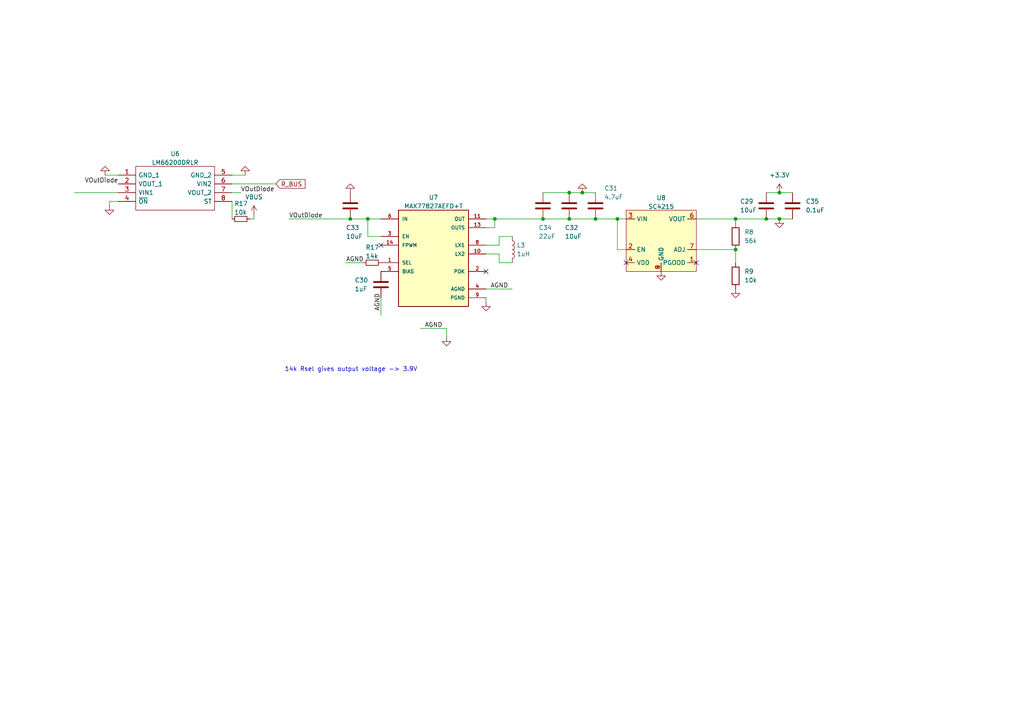
<source format=kicad_sch>
(kicad_sch (version 20230121) (generator eeschema)

  (uuid 3c2dd717-7a2b-4a6a-b22f-a8adf5569c56)

  (paper "A4")

  (lib_symbols
    (symbol "Device:C" (pin_numbers hide) (pin_names (offset 0.254)) (in_bom yes) (on_board yes)
      (property "Reference" "C" (at 0.635 2.54 0)
        (effects (font (size 1.27 1.27)) (justify left))
      )
      (property "Value" "C" (at 0.635 -2.54 0)
        (effects (font (size 1.27 1.27)) (justify left))
      )
      (property "Footprint" "" (at 0.9652 -3.81 0)
        (effects (font (size 1.27 1.27)) hide)
      )
      (property "Datasheet" "~" (at 0 0 0)
        (effects (font (size 1.27 1.27)) hide)
      )
      (property "ki_keywords" "cap capacitor" (at 0 0 0)
        (effects (font (size 1.27 1.27)) hide)
      )
      (property "ki_description" "Unpolarized capacitor" (at 0 0 0)
        (effects (font (size 1.27 1.27)) hide)
      )
      (property "ki_fp_filters" "C_*" (at 0 0 0)
        (effects (font (size 1.27 1.27)) hide)
      )
      (symbol "C_0_1"
        (polyline
          (pts
            (xy -2.032 -0.762)
            (xy 2.032 -0.762)
          )
          (stroke (width 0.508) (type default))
          (fill (type none))
        )
        (polyline
          (pts
            (xy -2.032 0.762)
            (xy 2.032 0.762)
          )
          (stroke (width 0.508) (type default))
          (fill (type none))
        )
      )
      (symbol "C_1_1"
        (pin passive line (at 0 3.81 270) (length 2.794)
          (name "~" (effects (font (size 1.27 1.27))))
          (number "1" (effects (font (size 1.27 1.27))))
        )
        (pin passive line (at 0 -3.81 90) (length 2.794)
          (name "~" (effects (font (size 1.27 1.27))))
          (number "2" (effects (font (size 1.27 1.27))))
        )
      )
    )
    (symbol "Device:L" (pin_numbers hide) (pin_names (offset 1.016) hide) (in_bom yes) (on_board yes)
      (property "Reference" "L" (at -1.27 0 90)
        (effects (font (size 1.27 1.27)))
      )
      (property "Value" "L" (at 1.905 0 90)
        (effects (font (size 1.27 1.27)))
      )
      (property "Footprint" "" (at 0 0 0)
        (effects (font (size 1.27 1.27)) hide)
      )
      (property "Datasheet" "~" (at 0 0 0)
        (effects (font (size 1.27 1.27)) hide)
      )
      (property "ki_keywords" "inductor choke coil reactor magnetic" (at 0 0 0)
        (effects (font (size 1.27 1.27)) hide)
      )
      (property "ki_description" "Inductor" (at 0 0 0)
        (effects (font (size 1.27 1.27)) hide)
      )
      (property "ki_fp_filters" "Choke_* *Coil* Inductor_* L_*" (at 0 0 0)
        (effects (font (size 1.27 1.27)) hide)
      )
      (symbol "L_0_1"
        (arc (start 0 -2.54) (mid 0.6323 -1.905) (end 0 -1.27)
          (stroke (width 0) (type default))
          (fill (type none))
        )
        (arc (start 0 -1.27) (mid 0.6323 -0.635) (end 0 0)
          (stroke (width 0) (type default))
          (fill (type none))
        )
        (arc (start 0 0) (mid 0.6323 0.635) (end 0 1.27)
          (stroke (width 0) (type default))
          (fill (type none))
        )
        (arc (start 0 1.27) (mid 0.6323 1.905) (end 0 2.54)
          (stroke (width 0) (type default))
          (fill (type none))
        )
      )
      (symbol "L_1_1"
        (pin passive line (at 0 3.81 270) (length 1.27)
          (name "1" (effects (font (size 1.27 1.27))))
          (number "1" (effects (font (size 1.27 1.27))))
        )
        (pin passive line (at 0 -3.81 90) (length 1.27)
          (name "2" (effects (font (size 1.27 1.27))))
          (number "2" (effects (font (size 1.27 1.27))))
        )
      )
    )
    (symbol "Device:R" (pin_numbers hide) (pin_names (offset 0)) (in_bom yes) (on_board yes)
      (property "Reference" "R" (at 2.032 0 90)
        (effects (font (size 1.27 1.27)))
      )
      (property "Value" "R" (at 0 0 90)
        (effects (font (size 1.27 1.27)))
      )
      (property "Footprint" "" (at -1.778 0 90)
        (effects (font (size 1.27 1.27)) hide)
      )
      (property "Datasheet" "~" (at 0 0 0)
        (effects (font (size 1.27 1.27)) hide)
      )
      (property "ki_keywords" "R res resistor" (at 0 0 0)
        (effects (font (size 1.27 1.27)) hide)
      )
      (property "ki_description" "Resistor" (at 0 0 0)
        (effects (font (size 1.27 1.27)) hide)
      )
      (property "ki_fp_filters" "R_*" (at 0 0 0)
        (effects (font (size 1.27 1.27)) hide)
      )
      (symbol "R_0_1"
        (rectangle (start -1.016 -2.54) (end 1.016 2.54)
          (stroke (width 0.254) (type default))
          (fill (type none))
        )
      )
      (symbol "R_1_1"
        (pin passive line (at 0 3.81 270) (length 1.27)
          (name "~" (effects (font (size 1.27 1.27))))
          (number "1" (effects (font (size 1.27 1.27))))
        )
        (pin passive line (at 0 -3.81 90) (length 1.27)
          (name "~" (effects (font (size 1.27 1.27))))
          (number "2" (effects (font (size 1.27 1.27))))
        )
      )
    )
    (symbol "Device:R_Small" (pin_numbers hide) (pin_names (offset 0.254) hide) (in_bom yes) (on_board yes)
      (property "Reference" "R" (at 0.762 0.508 0)
        (effects (font (size 1.27 1.27)) (justify left))
      )
      (property "Value" "R_Small" (at 0.762 -1.016 0)
        (effects (font (size 1.27 1.27)) (justify left))
      )
      (property "Footprint" "" (at 0 0 0)
        (effects (font (size 1.27 1.27)) hide)
      )
      (property "Datasheet" "~" (at 0 0 0)
        (effects (font (size 1.27 1.27)) hide)
      )
      (property "ki_keywords" "R resistor" (at 0 0 0)
        (effects (font (size 1.27 1.27)) hide)
      )
      (property "ki_description" "Resistor, small symbol" (at 0 0 0)
        (effects (font (size 1.27 1.27)) hide)
      )
      (property "ki_fp_filters" "R_*" (at 0 0 0)
        (effects (font (size 1.27 1.27)) hide)
      )
      (symbol "R_Small_0_1"
        (rectangle (start -0.762 1.778) (end 0.762 -1.778)
          (stroke (width 0.2032) (type default))
          (fill (type none))
        )
      )
      (symbol "R_Small_1_1"
        (pin passive line (at 0 2.54 270) (length 0.762)
          (name "~" (effects (font (size 1.27 1.27))))
          (number "1" (effects (font (size 1.27 1.27))))
        )
        (pin passive line (at 0 -2.54 90) (length 0.762)
          (name "~" (effects (font (size 1.27 1.27))))
          (number "2" (effects (font (size 1.27 1.27))))
        )
      )
    )
    (symbol "iclr:LM66200DRLR" (pin_names (offset 0.762)) (in_bom yes) (on_board yes)
      (property "Reference" "U" (at 29.21 7.62 0)
        (effects (font (size 1.27 1.27)) (justify left))
      )
      (property "Value" "LM66200DRLR" (at 29.21 5.08 0)
        (effects (font (size 1.27 1.27)) (justify left))
      )
      (property "Footprint" "SOTFL50P160X60-8N" (at 29.21 2.54 0)
        (effects (font (size 1.27 1.27)) (justify left) hide)
      )
      (property "Datasheet" "https://www.ti.com/lit/gpn/lm66200" (at 29.21 0 0)
        (effects (font (size 1.27 1.27)) (justify left) hide)
      )
      (property "Description" "1.6-V to 5.5-V, 40-m, 2.5-A, low-IQ, dual ideal diode" (at 29.21 -2.54 0)
        (effects (font (size 1.27 1.27)) (justify left) hide)
      )
      (property "Height" "0.6" (at 29.21 -5.08 0)
        (effects (font (size 1.27 1.27)) (justify left) hide)
      )
      (property "Manufacturer_Name" "Texas Instruments" (at 29.21 -7.62 0)
        (effects (font (size 1.27 1.27)) (justify left) hide)
      )
      (property "Manufacturer_Part_Number" "LM66200DRLR" (at 29.21 -10.16 0)
        (effects (font (size 1.27 1.27)) (justify left) hide)
      )
      (property "Mouser Part Number" "595-LM66200DRLR" (at 29.21 -12.7 0)
        (effects (font (size 1.27 1.27)) (justify left) hide)
      )
      (property "Mouser Price/Stock" "https://www.mouser.co.uk/ProductDetail/Texas-Instruments/LM66200DRLR?qs=Rp5uXu7WBW90hnpZAkIOdQ%3D%3D" (at 29.21 -15.24 0)
        (effects (font (size 1.27 1.27)) (justify left) hide)
      )
      (property "Arrow Part Number" "LM66200DRLR" (at 29.21 -17.78 0)
        (effects (font (size 1.27 1.27)) (justify left) hide)
      )
      (property "Arrow Price/Stock" "https://www.arrow.com/en/products/lm66200drlr/texas-instruments?region=nac" (at 29.21 -20.32 0)
        (effects (font (size 1.27 1.27)) (justify left) hide)
      )
      (property "Mouser Testing Part Number" "" (at 29.21 -22.86 0)
        (effects (font (size 1.27 1.27)) (justify left) hide)
      )
      (property "Mouser Testing Price/Stock" "" (at 29.21 -25.4 0)
        (effects (font (size 1.27 1.27)) (justify left) hide)
      )
      (property "ki_description" "1.6-V to 5.5-V, 40-m, 2.5-A, low-IQ, dual ideal diode" (at 0 0 0)
        (effects (font (size 1.27 1.27)) hide)
      )
      (symbol "LM66200DRLR_0_0"
        (pin passive line (at 0 0 0) (length 5.08)
          (name "GND_1" (effects (font (size 1.27 1.27))))
          (number "1" (effects (font (size 1.27 1.27))))
        )
        (pin passive line (at 0 -2.54 0) (length 5.08)
          (name "VOUT_1" (effects (font (size 1.27 1.27))))
          (number "2" (effects (font (size 1.27 1.27))))
        )
        (pin passive line (at 0 -5.08 0) (length 5.08)
          (name "VIN1" (effects (font (size 1.27 1.27))))
          (number "3" (effects (font (size 1.27 1.27))))
        )
        (pin passive line (at 0 -7.62 0) (length 5.08)
          (name "~{ON}" (effects (font (size 1.27 1.27))))
          (number "4" (effects (font (size 1.27 1.27))))
        )
        (pin passive line (at 33.02 0 180) (length 5.08)
          (name "GND_2" (effects (font (size 1.27 1.27))))
          (number "5" (effects (font (size 1.27 1.27))))
        )
        (pin passive line (at 33.02 -2.54 180) (length 5.08)
          (name "VIN2" (effects (font (size 1.27 1.27))))
          (number "6" (effects (font (size 1.27 1.27))))
        )
        (pin passive line (at 33.02 -5.08 180) (length 5.08)
          (name "VOUT_2" (effects (font (size 1.27 1.27))))
          (number "7" (effects (font (size 1.27 1.27))))
        )
        (pin passive line (at 33.02 -7.62 180) (length 5.08)
          (name "ST" (effects (font (size 1.27 1.27))))
          (number "8" (effects (font (size 1.27 1.27))))
        )
      )
      (symbol "LM66200DRLR_0_1"
        (polyline
          (pts
            (xy 5.08 2.54)
            (xy 27.94 2.54)
            (xy 27.94 -10.16)
            (xy 5.08 -10.16)
            (xy 5.08 2.54)
          )
          (stroke (width 0.1524) (type default))
          (fill (type none))
        )
      )
    )
    (symbol "iclr:MAX77827AEFD+T" (pin_names (offset 1.016)) (in_bom yes) (on_board yes)
      (property "Reference" "U?" (at -10.16 13.208 0)
        (effects (font (size 1.27 1.27)) (justify left bottom))
      )
      (property "Value" "MAX77827AEFD+T" (at -10.16 -17.78 0)
        (effects (font (size 1.27 1.27)) (justify left bottom))
      )
      (property "Footprint" "CONV_MAX77827AEFD+T" (at -6.35 19.05 0)
        (effects (font (size 1.27 1.27)) (justify left bottom) hide)
      )
      (property "Datasheet" "" (at 0 0 0)
        (effects (font (size 1.27 1.27)) (justify left bottom) hide)
      )
      (property "MANUFACTURER" "Maxim Integrated" (at -2.54 16.51 0)
        (effects (font (size 1.27 1.27)) (justify left bottom) hide)
      )
      (property "MAXIMUM_PACKAGE_HEIGHT" "0.6mm" (at 1.27 13.97 0)
        (effects (font (size 1.27 1.27)) (justify left bottom) hide)
      )
      (property "PARTREV" "B" (at 0 15.24 0)
        (effects (font (size 1.27 1.27)) (justify left bottom) hide)
      )
      (property "STANDARD" "Manufacturer Recommended" (at -6.35 19.05 0)
        (effects (font (size 1.27 1.27)) (justify left bottom) hide)
      )
      (property "ki_locked" "" (at 0 0 0)
        (effects (font (size 1.27 1.27)))
      )
      (symbol "MAX77827AEFD+T_0_0"
        (rectangle (start -10.16 -15.24) (end 10.16 12.7)
          (stroke (width 0.254) (type default))
          (fill (type background))
        )
        (pin passive line (at -15.24 -2.54 0) (length 5.08)
          (name "SEL" (effects (font (size 1.016 1.016))))
          (number "1" (effects (font (size 1.016 1.016))))
        )
        (pin passive line (at 15.24 0 180) (length 5.08)
          (name "LX2" (effects (font (size 1.016 1.016))))
          (number "10" (effects (font (size 1.016 1.016))))
        )
        (pin output line (at 15.24 10.16 180) (length 5.08)
          (name "OUT" (effects (font (size 1.016 1.016))))
          (number "11" (effects (font (size 1.016 1.016))))
        )
        (pin input line (at 15.24 7.62 180) (length 5.08)
          (name "OUTS" (effects (font (size 1.016 1.016))))
          (number "13" (effects (font (size 1.016 1.016))))
        )
        (pin input line (at -15.24 2.54 0) (length 5.08)
          (name "FPWM" (effects (font (size 1.016 1.016))))
          (number "14" (effects (font (size 1.016 1.016))))
        )
        (pin output line (at 15.24 -5.08 180) (length 5.08)
          (name "POK" (effects (font (size 1.016 1.016))))
          (number "2" (effects (font (size 1.016 1.016))))
        )
        (pin input line (at -15.24 5.08 0) (length 5.08)
          (name "EN" (effects (font (size 1.016 1.016))))
          (number "3" (effects (font (size 1.016 1.016))))
        )
        (pin power_in line (at 15.24 -10.16 180) (length 5.08)
          (name "AGND" (effects (font (size 1.016 1.016))))
          (number "4" (effects (font (size 1.016 1.016))))
        )
        (pin passive line (at -15.24 -5.08 0) (length 5.08)
          (name "BIAS" (effects (font (size 1.016 1.016))))
          (number "5" (effects (font (size 1.016 1.016))))
        )
        (pin input line (at -15.24 10.16 0) (length 5.08)
          (name "IN" (effects (font (size 1.016 1.016))))
          (number "6" (effects (font (size 1.016 1.016))))
        )
        (pin passive line (at 15.24 2.54 180) (length 5.08)
          (name "LX1" (effects (font (size 1.016 1.016))))
          (number "8" (effects (font (size 1.016 1.016))))
        )
        (pin power_in line (at 15.24 -12.7 180) (length 5.08)
          (name "PGND" (effects (font (size 1.016 1.016))))
          (number "9" (effects (font (size 1.016 1.016))))
        )
      )
    )
    (symbol "iclr:RT9025-25GSP" (in_bom yes) (on_board yes)
      (property "Reference" "U6" (at 0 4.8428 0)
        (effects (font (size 1.27 1.27)))
      )
      (property "Value" "RT9025-25GSP" (at 0 2.3059 0)
        (effects (font (size 1.27 1.27)))
      )
      (property "Footprint" "iclr:SOIC127P599X175-9N" (at 0 5.08 0)
        (effects (font (size 1.27 1.27)) hide)
      )
      (property "Datasheet" "" (at 0 5.08 0)
        (effects (font (size 1.27 1.27)) hide)
      )
      (symbol "RT9025-25GSP_1_1"
        (rectangle (start -10.16 1.27) (end 10.16 -16.51)
          (stroke (width 0) (type default))
          (fill (type background))
        )
        (pin output line (at 10.16 -13.97 180) (length 2.54)
          (name "PGOOD" (effects (font (size 1.27 1.27))))
          (number "1" (effects (font (size 1.27 1.27))))
        )
        (pin input line (at -10.16 -10.16 0) (length 2.54)
          (name "EN" (effects (font (size 1.27 1.27))))
          (number "2" (effects (font (size 1.27 1.27))))
        )
        (pin input line (at -10.16 -1.27 0) (length 2.54)
          (name "VIN" (effects (font (size 1.27 1.27))))
          (number "3" (effects (font (size 1.27 1.27))))
        )
        (pin input line (at -10.16 -13.97 0) (length 2.54)
          (name "VDD" (effects (font (size 1.27 1.27))))
          (number "4" (effects (font (size 1.27 1.27))))
        )
        (pin output line (at 10.16 -1.27 180) (length 2.54)
          (name "VOUT" (effects (font (size 1.27 1.27))))
          (number "6" (effects (font (size 1.27 1.27))))
        )
        (pin input line (at 10.16 -10.16 180) (length 2.54)
          (name "ADJ" (effects (font (size 1.27 1.27))))
          (number "7" (effects (font (size 1.27 1.27))))
        )
        (pin input line (at 0 -16.51 90) (length 2.54)
          (name "GND" (effects (font (size 1.27 1.27))))
          (number "8" (effects (font (size 1.27 1.27))))
        )
        (pin input line (at 0 -16.51 90) (length 2.54)
          (name "GND" (effects (font (size 1.27 1.27))))
          (number "9" (effects (font (size 1.27 1.27))))
        )
      )
    )
    (symbol "power:+3.3V" (power) (pin_names (offset 0)) (in_bom yes) (on_board yes)
      (property "Reference" "#PWR" (at 0 -3.81 0)
        (effects (font (size 1.27 1.27)) hide)
      )
      (property "Value" "+3.3V" (at 0 3.556 0)
        (effects (font (size 1.27 1.27)))
      )
      (property "Footprint" "" (at 0 0 0)
        (effects (font (size 1.27 1.27)) hide)
      )
      (property "Datasheet" "" (at 0 0 0)
        (effects (font (size 1.27 1.27)) hide)
      )
      (property "ki_keywords" "global power" (at 0 0 0)
        (effects (font (size 1.27 1.27)) hide)
      )
      (property "ki_description" "Power symbol creates a global label with name \"+3.3V\"" (at 0 0 0)
        (effects (font (size 1.27 1.27)) hide)
      )
      (symbol "+3.3V_0_1"
        (polyline
          (pts
            (xy -0.762 1.27)
            (xy 0 2.54)
          )
          (stroke (width 0) (type default))
          (fill (type none))
        )
        (polyline
          (pts
            (xy 0 0)
            (xy 0 2.54)
          )
          (stroke (width 0) (type default))
          (fill (type none))
        )
        (polyline
          (pts
            (xy 0 2.54)
            (xy 0.762 1.27)
          )
          (stroke (width 0) (type default))
          (fill (type none))
        )
      )
      (symbol "+3.3V_1_1"
        (pin power_in line (at 0 0 90) (length 0) hide
          (name "+3.3V" (effects (font (size 1.27 1.27))))
          (number "1" (effects (font (size 1.27 1.27))))
        )
      )
    )
    (symbol "power:GND" (power) (pin_names (offset 0)) (in_bom yes) (on_board yes)
      (property "Reference" "#PWR" (at 0 -6.35 0)
        (effects (font (size 1.27 1.27)) hide)
      )
      (property "Value" "GND" (at 0 -3.81 0)
        (effects (font (size 1.27 1.27)))
      )
      (property "Footprint" "" (at 0 0 0)
        (effects (font (size 1.27 1.27)) hide)
      )
      (property "Datasheet" "" (at 0 0 0)
        (effects (font (size 1.27 1.27)) hide)
      )
      (property "ki_keywords" "global power" (at 0 0 0)
        (effects (font (size 1.27 1.27)) hide)
      )
      (property "ki_description" "Power symbol creates a global label with name \"GND\" , ground" (at 0 0 0)
        (effects (font (size 1.27 1.27)) hide)
      )
      (symbol "GND_0_1"
        (polyline
          (pts
            (xy 0 0)
            (xy 0 -1.27)
            (xy 1.27 -1.27)
            (xy 0 -2.54)
            (xy -1.27 -1.27)
            (xy 0 -1.27)
          )
          (stroke (width 0) (type default))
          (fill (type none))
        )
      )
      (symbol "GND_1_1"
        (pin power_in line (at 0 0 270) (length 0) hide
          (name "GND" (effects (font (size 1.27 1.27))))
          (number "1" (effects (font (size 1.27 1.27))))
        )
      )
    )
    (symbol "power:VBUS" (power) (pin_names (offset 0)) (in_bom yes) (on_board yes)
      (property "Reference" "#PWR" (at 0 -3.81 0)
        (effects (font (size 1.27 1.27)) hide)
      )
      (property "Value" "VBUS" (at 0 3.81 0)
        (effects (font (size 1.27 1.27)))
      )
      (property "Footprint" "" (at 0 0 0)
        (effects (font (size 1.27 1.27)) hide)
      )
      (property "Datasheet" "" (at 0 0 0)
        (effects (font (size 1.27 1.27)) hide)
      )
      (property "ki_keywords" "global power" (at 0 0 0)
        (effects (font (size 1.27 1.27)) hide)
      )
      (property "ki_description" "Power symbol creates a global label with name \"VBUS\"" (at 0 0 0)
        (effects (font (size 1.27 1.27)) hide)
      )
      (symbol "VBUS_0_1"
        (polyline
          (pts
            (xy -0.762 1.27)
            (xy 0 2.54)
          )
          (stroke (width 0) (type default))
          (fill (type none))
        )
        (polyline
          (pts
            (xy 0 0)
            (xy 0 2.54)
          )
          (stroke (width 0) (type default))
          (fill (type none))
        )
        (polyline
          (pts
            (xy 0 2.54)
            (xy 0.762 1.27)
          )
          (stroke (width 0) (type default))
          (fill (type none))
        )
      )
      (symbol "VBUS_1_1"
        (pin power_in line (at 0 0 90) (length 0) hide
          (name "VBUS" (effects (font (size 1.27 1.27))))
          (number "1" (effects (font (size 1.27 1.27))))
        )
      )
    )
  )

  (junction (at 222.25 63.5) (diameter 0) (color 0 0 0 0)
    (uuid 1bcd3df5-c778-4081-9004-3861b6ddf5df)
  )
  (junction (at 172.72 63.5) (diameter 0) (color 0 0 0 0)
    (uuid 1c7e4731-cc44-404a-ada2-48e40ea31081)
  )
  (junction (at 168.91 55.88) (diameter 0) (color 0 0 0 0)
    (uuid 2ceef696-e12e-4671-9528-36dc2b336f02)
  )
  (junction (at 213.36 72.39) (diameter 0) (color 0 0 0 0)
    (uuid 303ce570-251d-4a49-a014-d011149ec6c0)
  )
  (junction (at 226.06 63.5) (diameter 0) (color 0 0 0 0)
    (uuid 3a186ce8-704f-4aca-bc79-c4277177a11c)
  )
  (junction (at 157.48 63.5) (diameter 0) (color 0 0 0 0)
    (uuid 977ea5a7-4c07-4542-bac1-65aa0f429219)
  )
  (junction (at 179.07 63.5) (diameter 0) (color 0 0 0 0)
    (uuid a823e73d-31d5-4c86-b811-52f8bf3e692b)
  )
  (junction (at 213.36 63.5) (diameter 0) (color 0 0 0 0)
    (uuid a9a7ea84-d8ce-4b01-ab20-5653137c733d)
  )
  (junction (at 165.1 55.88) (diameter 0) (color 0 0 0 0)
    (uuid ad124abb-c98e-49b4-ae1c-bf08bda9bf68)
  )
  (junction (at 106.68 63.5) (diameter 0) (color 0 0 0 0)
    (uuid b4437eb0-6d46-4eac-b94b-2de5138d290c)
  )
  (junction (at 143.51 63.5) (diameter 0) (color 0 0 0 0)
    (uuid c5c1240e-a94c-4c5b-8dd3-5b0fcf244513)
  )
  (junction (at 165.1 63.5) (diameter 0) (color 0 0 0 0)
    (uuid c9706722-989f-44c1-831f-4033f20cd30c)
  )
  (junction (at 101.6 63.5) (diameter 0) (color 0 0 0 0)
    (uuid ee26a642-f953-4071-9b28-b9bd2ea7f616)
  )
  (junction (at 226.06 55.88) (diameter 0) (color 0 0 0 0)
    (uuid f95cf37d-a79c-4b8d-bef8-02c72f99dd95)
  )

  (no_connect (at 201.93 76.2) (uuid 5635d2dd-3bf4-4d71-95fe-89252d26ac02))
  (no_connect (at 110.49 71.12) (uuid 80ef3a22-740f-46c7-8133-d0d147a8a839))
  (no_connect (at 181.61 76.2) (uuid 9a6e56ce-2f81-4296-bd25-eb556bba0c07))
  (no_connect (at 140.97 78.74) (uuid b584dfbe-c197-4e1d-b92c-28218727eb76))

  (wire (pts (xy 110.49 86.36) (xy 110.49 91.44))
    (stroke (width 0) (type default))
    (uuid 081a27cb-46d6-475b-8ec8-34c487197f13)
  )
  (wire (pts (xy 157.48 55.88) (xy 165.1 55.88))
    (stroke (width 0) (type default))
    (uuid 0cb564ff-b030-4c90-813f-5cda40d17ecd)
  )
  (wire (pts (xy 226.06 55.88) (xy 229.87 55.88))
    (stroke (width 0) (type default))
    (uuid 0cdc3a55-952a-4b41-946b-2abccef08049)
  )
  (wire (pts (xy 21.59 55.88) (xy 34.29 55.88))
    (stroke (width 0) (type default))
    (uuid 0df701c7-ea5f-412f-a699-ea40e1088aae)
  )
  (wire (pts (xy 181.61 72.39) (xy 179.07 72.39))
    (stroke (width 0) (type default))
    (uuid 1286907d-8fef-4467-8676-bc067861bb28)
  )
  (wire (pts (xy 80.01 53.34) (xy 67.31 53.34))
    (stroke (width 0) (type default))
    (uuid 13d9da6c-5dd4-430e-918c-13135dbc24d9)
  )
  (wire (pts (xy 140.97 83.82) (xy 148.59 83.82))
    (stroke (width 0) (type default))
    (uuid 188cbb3b-a079-4aa2-84f1-cc660bd900c9)
  )
  (wire (pts (xy 72.39 63.5) (xy 73.66 63.5))
    (stroke (width 0) (type default))
    (uuid 1a66bc78-bcda-43d7-9755-ab29d241da6c)
  )
  (wire (pts (xy 34.29 58.42) (xy 31.75 58.42))
    (stroke (width 0) (type default))
    (uuid 2a4056ec-3826-4e46-bfa2-6c01276b5893)
  )
  (wire (pts (xy 140.97 71.12) (xy 144.78 71.12))
    (stroke (width 0) (type default))
    (uuid 2c0e75a5-c003-4f18-b61e-71975852ce6f)
  )
  (wire (pts (xy 143.51 66.04) (xy 143.51 63.5))
    (stroke (width 0) (type default))
    (uuid 2f7d0d31-833b-435f-9da3-c88c67d5caab)
  )
  (wire (pts (xy 140.97 73.66) (xy 144.78 73.66))
    (stroke (width 0) (type default))
    (uuid 30d21e01-0161-4d92-a40e-dabf8090fe13)
  )
  (wire (pts (xy 165.1 55.88) (xy 168.91 55.88))
    (stroke (width 0) (type default))
    (uuid 384902db-03e2-463c-8b58-f19fb789cf57)
  )
  (wire (pts (xy 140.97 86.36) (xy 140.97 87.63))
    (stroke (width 0) (type default))
    (uuid 385c79a8-5f9f-495e-af19-641a20ac7543)
  )
  (wire (pts (xy 179.07 63.5) (xy 181.61 63.5))
    (stroke (width 0) (type default))
    (uuid 3a37dc83-89b8-439e-9daf-782fad812a72)
  )
  (wire (pts (xy 144.78 76.2) (xy 148.59 76.2))
    (stroke (width 0) (type default))
    (uuid 46885fc5-6dc9-47dc-8f05-5c0042f98d7f)
  )
  (wire (pts (xy 144.78 73.66) (xy 144.78 76.2))
    (stroke (width 0) (type default))
    (uuid 4bf13336-eab2-4e71-8cbc-c0dd4aa09e21)
  )
  (wire (pts (xy 144.78 71.12) (xy 144.78 68.58))
    (stroke (width 0) (type default))
    (uuid 53e9abc5-0b14-4844-ab9a-843303350dda)
  )
  (wire (pts (xy 213.36 63.5) (xy 213.36 64.77))
    (stroke (width 0) (type default))
    (uuid 5856db67-e150-406c-bffa-a7addf358a05)
  )
  (wire (pts (xy 67.31 58.42) (xy 67.31 63.5))
    (stroke (width 0) (type default))
    (uuid 598a09c5-6d0c-418e-8e32-4db96e412fb6)
  )
  (wire (pts (xy 106.68 63.5) (xy 110.49 63.5))
    (stroke (width 0) (type default))
    (uuid 602efc0d-2dd0-4d0a-a4b5-e4ca91d8d45e)
  )
  (wire (pts (xy 101.6 63.5) (xy 106.68 63.5))
    (stroke (width 0) (type default))
    (uuid 6c006d2e-03ef-4b0b-aaa0-865fa72a1cda)
  )
  (wire (pts (xy 73.66 62.23) (xy 73.66 63.5))
    (stroke (width 0) (type default))
    (uuid 6df3b5cb-1f2f-40e8-9f86-99aacbcfe263)
  )
  (wire (pts (xy 201.93 72.39) (xy 213.36 72.39))
    (stroke (width 0) (type default))
    (uuid 6f56440d-24ca-4e1a-9f17-3000cd608d01)
  )
  (wire (pts (xy 140.97 66.04) (xy 143.51 66.04))
    (stroke (width 0) (type default))
    (uuid 70ecbab9-aaf8-43b9-9a92-0f6d330c3a0b)
  )
  (wire (pts (xy 100.33 76.2) (xy 105.41 76.2))
    (stroke (width 0) (type default))
    (uuid 77fc5d83-512b-4fc5-b948-59ef117cc0ac)
  )
  (wire (pts (xy 165.1 63.5) (xy 172.72 63.5))
    (stroke (width 0) (type default))
    (uuid 7b469b37-663f-4310-b6ac-891e665c391c)
  )
  (wire (pts (xy 31.75 58.42) (xy 31.75 59.69))
    (stroke (width 0) (type default))
    (uuid 7c791ab4-d141-4be9-ad87-0ffe0c97017c)
  )
  (wire (pts (xy 179.07 63.5) (xy 179.07 72.39))
    (stroke (width 0) (type default))
    (uuid 8222d8df-7917-4014-a9fa-e15789233ad2)
  )
  (wire (pts (xy 144.78 68.58) (xy 148.59 68.58))
    (stroke (width 0) (type default))
    (uuid 8aaaacc8-a4a3-4329-8a8c-fc25bc790918)
  )
  (wire (pts (xy 83.82 63.5) (xy 101.6 63.5))
    (stroke (width 0) (type default))
    (uuid 8dcdecbe-187e-4d2f-a7e1-342ab36f6330)
  )
  (wire (pts (xy 201.93 63.5) (xy 213.36 63.5))
    (stroke (width 0) (type default))
    (uuid 917b3438-07b8-4685-9a72-a0efc1afeb25)
  )
  (wire (pts (xy 121.92 95.25) (xy 129.54 95.25))
    (stroke (width 0) (type default))
    (uuid 9ab9b5e6-2dbf-4240-ac8f-8a244b67d830)
  )
  (wire (pts (xy 30.48 50.8) (xy 34.29 50.8))
    (stroke (width 0) (type default))
    (uuid 9e99f083-7ce8-41d1-a48e-7d6b4cc3d800)
  )
  (wire (pts (xy 172.72 63.5) (xy 179.07 63.5))
    (stroke (width 0) (type default))
    (uuid a264d75c-63ac-47aa-abec-814d2f7fcdb0)
  )
  (wire (pts (xy 106.68 63.5) (xy 106.68 68.58))
    (stroke (width 0) (type default))
    (uuid acf72847-dac0-4cbb-a464-7cc3e3e73249)
  )
  (wire (pts (xy 168.91 55.88) (xy 172.72 55.88))
    (stroke (width 0) (type default))
    (uuid aeb37e5c-d16c-4d55-8734-ccfd06ce375d)
  )
  (wire (pts (xy 157.48 63.5) (xy 165.1 63.5))
    (stroke (width 0) (type default))
    (uuid af142886-5909-4a9d-b95b-e8c88cd8db7f)
  )
  (wire (pts (xy 110.49 68.58) (xy 106.68 68.58))
    (stroke (width 0) (type default))
    (uuid b0b0b317-5be5-4b70-9af4-c971482628e2)
  )
  (wire (pts (xy 143.51 63.5) (xy 157.48 63.5))
    (stroke (width 0) (type default))
    (uuid ba824070-325f-4ed0-948f-aeef8c252f9c)
  )
  (wire (pts (xy 226.06 63.5) (xy 229.87 63.5))
    (stroke (width 0) (type default))
    (uuid c2a46354-76ac-4eb6-b5c1-3e5f19aea68d)
  )
  (wire (pts (xy 129.54 97.79) (xy 129.54 95.25))
    (stroke (width 0) (type default))
    (uuid c5eaf413-ebfd-4824-a5f1-6fb2cd97762c)
  )
  (wire (pts (xy 222.25 55.88) (xy 226.06 55.88))
    (stroke (width 0) (type default))
    (uuid cc578195-eba9-42e5-8404-d2ba80a31e00)
  )
  (wire (pts (xy 213.36 72.39) (xy 213.36 76.2))
    (stroke (width 0) (type default))
    (uuid d20a4a5a-c06e-4943-9e9b-3ed42a6f1865)
  )
  (wire (pts (xy 67.31 50.8) (xy 71.12 50.8))
    (stroke (width 0) (type default))
    (uuid d492bbed-c2d3-4248-b2c1-50120ce79feb)
  )
  (wire (pts (xy 213.36 63.5) (xy 222.25 63.5))
    (stroke (width 0) (type default))
    (uuid d5217cf0-25d8-4219-baeb-7457f4f227fb)
  )
  (wire (pts (xy 222.25 63.5) (xy 226.06 63.5))
    (stroke (width 0) (type default))
    (uuid e0ab58d2-7fcc-4a78-be06-267fffc17ed7)
  )
  (wire (pts (xy 69.85 55.88) (xy 67.31 55.88))
    (stroke (width 0) (type default))
    (uuid f40222af-39ad-4d4e-ac58-14b893952276)
  )
  (wire (pts (xy 140.97 63.5) (xy 143.51 63.5))
    (stroke (width 0) (type default))
    (uuid fa59dc29-7ee3-47ff-a43b-975a3835a168)
  )

  (text "14k Rsel gives output voltage -> 3.9V\n" (at 82.55 107.95 0)
    (effects (font (size 1.27 1.27)) (justify left bottom))
    (uuid ba5c45fb-8d4a-4624-a261-b3c393d28065)
  )

  (label "AGND" (at 110.49 90.17 90) (fields_autoplaced)
    (effects (font (size 1.27 1.27)) (justify left bottom))
    (uuid 0b0d17ad-0e83-4a25-ac31-acd9d6415dd7)
  )
  (label "VOutDiode" (at 34.29 53.34 180) (fields_autoplaced)
    (effects (font (size 1.27 1.27)) (justify right bottom))
    (uuid 27a57b38-f7fe-4aee-8350-3508265bfadc)
  )
  (label "VOutDiode" (at 69.85 55.88 0) (fields_autoplaced)
    (effects (font (size 1.27 1.27)) (justify left bottom))
    (uuid 704d0629-8193-4715-99a0-2f693bfc654e)
  )
  (label "AGND" (at 142.24 83.82 0) (fields_autoplaced)
    (effects (font (size 1.27 1.27)) (justify left bottom))
    (uuid 83234862-2b9b-4001-9216-99413dc216d7)
  )
  (label "VOutDiode" (at 83.82 63.5 0) (fields_autoplaced)
    (effects (font (size 1.27 1.27)) (justify left bottom))
    (uuid d9ab99e6-8e4d-4874-abc1-2f3af26a1c6f)
  )
  (label "AGND" (at 123.19 95.25 0) (fields_autoplaced)
    (effects (font (size 1.27 1.27)) (justify left bottom))
    (uuid dd9da1db-7365-4708-9adc-9046fa45d7b9)
  )
  (label "AGND" (at 100.33 76.2 0) (fields_autoplaced)
    (effects (font (size 1.27 1.27)) (justify left bottom))
    (uuid eeca193f-56cd-4afe-9532-de10287af12f)
  )

  (global_label "R_BUS" (shape input) (at 80.01 53.34 0) (fields_autoplaced)
    (effects (font (size 1.27 1.27)) (justify left))
    (uuid 7a5ca4ab-759b-4243-8910-db3ab9604cf1)
    (property "Intersheetrefs" "${INTERSHEET_REFS}" (at 89.0428 53.34 0)
      (effects (font (size 1.27 1.27)) (justify left) hide)
    )
  )

  (symbol (lib_id "Device:R") (at 213.36 80.01 0) (unit 1)
    (in_bom yes) (on_board yes) (dnp no) (fields_autoplaced)
    (uuid 04d20df4-6698-459d-99d6-36b99af0323a)
    (property "Reference" "R9" (at 215.9 78.74 0)
      (effects (font (size 1.27 1.27)) (justify left))
    )
    (property "Value" "10k" (at 215.9 81.28 0)
      (effects (font (size 1.27 1.27)) (justify left))
    )
    (property "Footprint" "" (at 211.582 80.01 90)
      (effects (font (size 1.27 1.27)) hide)
    )
    (property "Datasheet" "~" (at 213.36 80.01 0)
      (effects (font (size 1.27 1.27)) hide)
    )
    (pin "1" (uuid 37f2571a-eb26-469f-8024-4accfef0fd3c))
    (pin "2" (uuid 1d95f5df-e0a2-43bf-a646-55c8cbfb4a17))
    (instances
      (project "NewMiniKermit"
        (path "/b3ecbcce-8bc5-493c-b5b6-3e2f69f7358a/7aec0f76-f0ca-417c-88c2-9c2ae042aba1"
          (reference "R9") (unit 1)
        )
      )
    )
  )

  (symbol (lib_id "power:GND") (at 101.6 55.88 180) (unit 1)
    (in_bom yes) (on_board yes) (dnp no) (fields_autoplaced)
    (uuid 0d845860-55c5-4b96-8dcb-8c0f28ac28a6)
    (property "Reference" "#PWR042" (at 101.6 49.53 0)
      (effects (font (size 1.27 1.27)) hide)
    )
    (property "Value" "GND" (at 101.6 50.8 0)
      (effects (font (size 1.27 1.27)) hide)
    )
    (property "Footprint" "" (at 101.6 55.88 0)
      (effects (font (size 1.27 1.27)) hide)
    )
    (property "Datasheet" "" (at 101.6 55.88 0)
      (effects (font (size 1.27 1.27)) hide)
    )
    (pin "1" (uuid a880405a-53b2-4c2f-8524-bc94e1c5f23a))
    (instances
      (project "NewMiniKermit"
        (path "/b3ecbcce-8bc5-493c-b5b6-3e2f69f7358a/7aec0f76-f0ca-417c-88c2-9c2ae042aba1"
          (reference "#PWR042") (unit 1)
        )
      )
    )
  )

  (symbol (lib_id "power:GND") (at 140.97 87.63 0) (unit 1)
    (in_bom yes) (on_board yes) (dnp no) (fields_autoplaced)
    (uuid 20ea09f9-6e23-484f-a4c8-412cc4c360f3)
    (property "Reference" "#PWR038" (at 140.97 93.98 0)
      (effects (font (size 1.27 1.27)) hide)
    )
    (property "Value" "GND" (at 140.97 92.71 0)
      (effects (font (size 1.27 1.27)) hide)
    )
    (property "Footprint" "" (at 140.97 87.63 0)
      (effects (font (size 1.27 1.27)) hide)
    )
    (property "Datasheet" "" (at 140.97 87.63 0)
      (effects (font (size 1.27 1.27)) hide)
    )
    (pin "1" (uuid 75c12ec3-707c-4e68-a162-20741a2e307f))
    (instances
      (project "NewMiniKermit"
        (path "/b3ecbcce-8bc5-493c-b5b6-3e2f69f7358a/7aec0f76-f0ca-417c-88c2-9c2ae042aba1"
          (reference "#PWR038") (unit 1)
        )
      )
    )
  )

  (symbol (lib_id "Device:C") (at 157.48 59.69 0) (unit 1)
    (in_bom yes) (on_board yes) (dnp no)
    (uuid 41e07ac5-c400-4d18-af12-766724be87d4)
    (property "Reference" "C34" (at 156.21 66.04 0)
      (effects (font (size 1.27 1.27)) (justify left))
    )
    (property "Value" "22uF" (at 156.21 68.58 0)
      (effects (font (size 1.27 1.27)) (justify left))
    )
    (property "Footprint" "" (at 158.4452 63.5 0)
      (effects (font (size 1.27 1.27)) hide)
    )
    (property "Datasheet" "~" (at 157.48 59.69 0)
      (effects (font (size 1.27 1.27)) hide)
    )
    (pin "1" (uuid a1a880c0-d21d-4fcb-b7b6-db1f375153e3))
    (pin "2" (uuid bb3c74a6-de92-4baa-81b1-251e0afb739f))
    (instances
      (project "NewMiniKermit"
        (path "/b3ecbcce-8bc5-493c-b5b6-3e2f69f7358a/7aec0f76-f0ca-417c-88c2-9c2ae042aba1"
          (reference "C34") (unit 1)
        )
      )
    )
  )

  (symbol (lib_id "Device:C") (at 110.49 82.55 0) (unit 1)
    (in_bom yes) (on_board yes) (dnp no)
    (uuid 431db7b7-7469-4a76-85b0-43d81f02f66f)
    (property "Reference" "C30" (at 102.87 81.28 0)
      (effects (font (size 1.27 1.27)) (justify left))
    )
    (property "Value" "1uF" (at 102.87 83.82 0)
      (effects (font (size 1.27 1.27)) (justify left))
    )
    (property "Footprint" "" (at 111.4552 86.36 0)
      (effects (font (size 1.27 1.27)) hide)
    )
    (property "Datasheet" "~" (at 110.49 82.55 0)
      (effects (font (size 1.27 1.27)) hide)
    )
    (pin "1" (uuid 3ad5033c-b23d-43c8-8afe-d4a5cf1a66e3))
    (pin "2" (uuid 09e32cba-f2b1-4682-b566-3aba892dd928))
    (instances
      (project "NewMiniKermit"
        (path "/b3ecbcce-8bc5-493c-b5b6-3e2f69f7358a/7aec0f76-f0ca-417c-88c2-9c2ae042aba1"
          (reference "C30") (unit 1)
        )
      )
    )
  )

  (symbol (lib_id "iclr:MAX77827AEFD+T") (at 125.73 73.66 0) (unit 1)
    (in_bom yes) (on_board yes) (dnp no) (fields_autoplaced)
    (uuid 460fab53-7813-43a8-89bc-c69eb5d2b5b2)
    (property "Reference" "U7" (at 125.73 57.2602 0)
      (effects (font (size 1.27 1.27)))
    )
    (property "Value" "MAX77827AEFD+T" (at 125.73 59.7971 0)
      (effects (font (size 1.27 1.27)))
    )
    (property "Footprint" "iclr:CONV_MAX77827AEFD+T" (at 119.38 54.61 0)
      (effects (font (size 1.27 1.27)) (justify left bottom) hide)
    )
    (property "Datasheet" "https://www.mouser.co.uk/datasheet/2/256/MAX77827-1595880.pdf" (at 125.73 73.66 0)
      (effects (font (size 1.27 1.27)) (justify left bottom) hide)
    )
    (property "MANUFACTURER" "Maxim Integrated" (at 123.19 57.15 0)
      (effects (font (size 1.27 1.27)) (justify left bottom) hide)
    )
    (property "MAXIMUM_PACKAGE_HEIGHT" "0.6mm" (at 127 59.69 0)
      (effects (font (size 1.27 1.27)) (justify left bottom) hide)
    )
    (property "PARTREV" "B" (at 125.73 58.42 0)
      (effects (font (size 1.27 1.27)) (justify left bottom) hide)
    )
    (property "STANDARD" "Manufacturer Recommended" (at 119.38 54.61 0)
      (effects (font (size 1.27 1.27)) (justify left bottom) hide)
    )
    (pin "1" (uuid aafe8917-91d7-46f8-9a4d-28177dfd13ba))
    (pin "10" (uuid c5d782a9-afca-44c6-8146-3419289a73e9))
    (pin "11" (uuid 0eb740f6-74b8-4490-b3e5-b9d4c21e2909))
    (pin "13" (uuid 3d5f06ad-abd5-40cd-bd25-7155bfcb1a81))
    (pin "14" (uuid 2cd03931-5ad2-4e99-a312-67504d2eb65e))
    (pin "2" (uuid 61d3bc2d-c694-4dae-a8fe-1cdc0200dc59))
    (pin "3" (uuid 339dbfd9-d49c-42ed-8b96-062239fcf760))
    (pin "4" (uuid 5c721f3b-3a92-4012-b22a-2a32ccc64826))
    (pin "5" (uuid 6f6b769a-f8c3-472b-97b2-7f932f337834))
    (pin "6" (uuid 4027e732-3b2d-4d69-8c84-46d4bbec9afc))
    (pin "8" (uuid 261a5306-89c6-44b1-ae07-2f155b1af772))
    (pin "9" (uuid 1958b5a2-351c-49e2-80fa-2cead1319080))
    (instances
      (project "sensorboard"
        (path "/26801cfb-b53b-4a6a-a2f4-5f4986565765/2b173291-6fb0-491b-9706-884a6390c6a8"
          (reference "U7") (unit 1)
        )
      )
      (project "NewMiniKermit"
        (path "/b3ecbcce-8bc5-493c-b5b6-3e2f69f7358a/7aec0f76-f0ca-417c-88c2-9c2ae042aba1"
          (reference "U5") (unit 1)
        )
      )
    )
  )

  (symbol (lib_id "power:GND") (at 168.91 55.88 180) (unit 1)
    (in_bom yes) (on_board yes) (dnp no) (fields_autoplaced)
    (uuid 4a74abf4-8e94-4b78-b3cc-43deca28c20d)
    (property "Reference" "#PWR041" (at 168.91 49.53 0)
      (effects (font (size 1.27 1.27)) hide)
    )
    (property "Value" "GND" (at 168.91 50.8 0)
      (effects (font (size 1.27 1.27)) hide)
    )
    (property "Footprint" "" (at 168.91 55.88 0)
      (effects (font (size 1.27 1.27)) hide)
    )
    (property "Datasheet" "" (at 168.91 55.88 0)
      (effects (font (size 1.27 1.27)) hide)
    )
    (pin "1" (uuid c8ad2d94-024c-4d89-82f5-14ab731025b5))
    (instances
      (project "NewMiniKermit"
        (path "/b3ecbcce-8bc5-493c-b5b6-3e2f69f7358a/7aec0f76-f0ca-417c-88c2-9c2ae042aba1"
          (reference "#PWR041") (unit 1)
        )
      )
    )
  )

  (symbol (lib_id "power:+3.3V") (at 226.06 55.88 0) (unit 1)
    (in_bom yes) (on_board yes) (dnp no) (fields_autoplaced)
    (uuid 50515a6a-ec5b-4de9-8467-3759356087aa)
    (property "Reference" "#PWR044" (at 226.06 59.69 0)
      (effects (font (size 1.27 1.27)) hide)
    )
    (property "Value" "+3.3V" (at 226.06 50.8 0)
      (effects (font (size 1.27 1.27)))
    )
    (property "Footprint" "" (at 226.06 55.88 0)
      (effects (font (size 1.27 1.27)) hide)
    )
    (property "Datasheet" "" (at 226.06 55.88 0)
      (effects (font (size 1.27 1.27)) hide)
    )
    (pin "1" (uuid 59f76cb8-37da-4c9d-bb42-08b56d3359dc))
    (instances
      (project "NewMiniKermit"
        (path "/b3ecbcce-8bc5-493c-b5b6-3e2f69f7358a/7aec0f76-f0ca-417c-88c2-9c2ae042aba1"
          (reference "#PWR044") (unit 1)
        )
      )
    )
  )

  (symbol (lib_id "power:GND") (at 226.06 63.5 0) (unit 1)
    (in_bom yes) (on_board yes) (dnp no) (fields_autoplaced)
    (uuid 50e9a60b-71a0-4e8f-961b-9f3896fcfd2b)
    (property "Reference" "#PWR045" (at 226.06 69.85 0)
      (effects (font (size 1.27 1.27)) hide)
    )
    (property "Value" "GND" (at 226.06 68.58 0)
      (effects (font (size 1.27 1.27)) hide)
    )
    (property "Footprint" "" (at 226.06 63.5 0)
      (effects (font (size 1.27 1.27)) hide)
    )
    (property "Datasheet" "" (at 226.06 63.5 0)
      (effects (font (size 1.27 1.27)) hide)
    )
    (pin "1" (uuid 9536e15c-4095-49c7-b1c1-e6bbd6d93928))
    (instances
      (project "NewMiniKermit"
        (path "/b3ecbcce-8bc5-493c-b5b6-3e2f69f7358a/7aec0f76-f0ca-417c-88c2-9c2ae042aba1"
          (reference "#PWR045") (unit 1)
        )
      )
    )
  )

  (symbol (lib_id "power:GND") (at 31.75 59.69 0) (unit 1)
    (in_bom yes) (on_board yes) (dnp no) (fields_autoplaced)
    (uuid 56ab13b3-e6e1-4346-a98c-29a633c3d49e)
    (property "Reference" "#PWR055" (at 31.75 66.04 0)
      (effects (font (size 1.27 1.27)) hide)
    )
    (property "Value" "GND" (at 31.75 64.77 0)
      (effects (font (size 1.27 1.27)) hide)
    )
    (property "Footprint" "" (at 31.75 59.69 0)
      (effects (font (size 1.27 1.27)) hide)
    )
    (property "Datasheet" "" (at 31.75 59.69 0)
      (effects (font (size 1.27 1.27)) hide)
    )
    (pin "1" (uuid b7df1f70-6166-428a-909d-2411dd4ce66b))
    (instances
      (project "NewMiniKermit"
        (path "/b3ecbcce-8bc5-493c-b5b6-3e2f69f7358a/7aec0f76-f0ca-417c-88c2-9c2ae042aba1"
          (reference "#PWR055") (unit 1)
        )
      )
    )
  )

  (symbol (lib_id "Device:R_Small") (at 107.95 76.2 270) (unit 1)
    (in_bom yes) (on_board yes) (dnp no)
    (uuid 64281431-c004-4e7a-8652-fd823892cd4d)
    (property "Reference" "R17" (at 106.045 71.755 90)
      (effects (font (size 1.27 1.27)) (justify left))
    )
    (property "Value" "14k" (at 106.045 74.2919 90)
      (effects (font (size 1.27 1.27)) (justify left))
    )
    (property "Footprint" "Resistor_SMD:R_0402_1005Metric" (at 107.95 76.2 0)
      (effects (font (size 1.27 1.27)) hide)
    )
    (property "Datasheet" "~" (at 107.95 76.2 0)
      (effects (font (size 1.27 1.27)) hide)
    )
    (pin "1" (uuid c1ae11b2-46dd-4145-8784-95cd355e65f6))
    (pin "2" (uuid 60c41e3b-ea5c-4962-a29f-bb71970097b2))
    (instances
      (project "sensorboard"
        (path "/26801cfb-b53b-4a6a-a2f4-5f4986565765/2b173291-6fb0-491b-9706-884a6390c6a8"
          (reference "R17") (unit 1)
        )
      )
      (project "NewMiniKermit"
        (path "/b3ecbcce-8bc5-493c-b5b6-3e2f69f7358a/7aec0f76-f0ca-417c-88c2-9c2ae042aba1"
          (reference "R7") (unit 1)
        )
      )
    )
  )

  (symbol (lib_id "Device:C") (at 101.6 59.69 0) (unit 1)
    (in_bom yes) (on_board yes) (dnp no)
    (uuid 6797ea6d-8a46-4ae1-8cf6-654e21ec8d24)
    (property "Reference" "C33" (at 100.33 66.04 0)
      (effects (font (size 1.27 1.27)) (justify left))
    )
    (property "Value" "10uF" (at 100.33 68.58 0)
      (effects (font (size 1.27 1.27)) (justify left))
    )
    (property "Footprint" "" (at 102.5652 63.5 0)
      (effects (font (size 1.27 1.27)) hide)
    )
    (property "Datasheet" "~" (at 101.6 59.69 0)
      (effects (font (size 1.27 1.27)) hide)
    )
    (pin "1" (uuid 911cd99d-71be-438c-ade4-ecd7c5e15184))
    (pin "2" (uuid 5ce5fede-68ff-49ea-8b6c-640238c893d5))
    (instances
      (project "NewMiniKermit"
        (path "/b3ecbcce-8bc5-493c-b5b6-3e2f69f7358a/7aec0f76-f0ca-417c-88c2-9c2ae042aba1"
          (reference "C33") (unit 1)
        )
      )
    )
  )

  (symbol (lib_id "Device:C") (at 229.87 59.69 0) (unit 1)
    (in_bom yes) (on_board yes) (dnp no) (fields_autoplaced)
    (uuid 80b6a1bc-e7ad-4599-89c6-b27de95f3b01)
    (property "Reference" "C35" (at 233.68 58.42 0)
      (effects (font (size 1.27 1.27)) (justify left))
    )
    (property "Value" "0.1uF" (at 233.68 60.96 0)
      (effects (font (size 1.27 1.27)) (justify left))
    )
    (property "Footprint" "" (at 230.8352 63.5 0)
      (effects (font (size 1.27 1.27)) hide)
    )
    (property "Datasheet" "~" (at 229.87 59.69 0)
      (effects (font (size 1.27 1.27)) hide)
    )
    (pin "1" (uuid febdd7c0-d09c-4659-8a4c-42b6299a774f))
    (pin "2" (uuid 5be75b1b-c6aa-40f9-b431-597f43fb0529))
    (instances
      (project "NewMiniKermit"
        (path "/b3ecbcce-8bc5-493c-b5b6-3e2f69f7358a/7aec0f76-f0ca-417c-88c2-9c2ae042aba1"
          (reference "C35") (unit 1)
        )
      )
    )
  )

  (symbol (lib_id "Device:C") (at 222.25 59.69 0) (unit 1)
    (in_bom yes) (on_board yes) (dnp no)
    (uuid 9651f567-9019-4c88-a3a3-cb8bbe3b42fd)
    (property "Reference" "C29" (at 214.63 58.42 0)
      (effects (font (size 1.27 1.27)) (justify left))
    )
    (property "Value" "10uF" (at 214.63 60.96 0)
      (effects (font (size 1.27 1.27)) (justify left))
    )
    (property "Footprint" "" (at 223.2152 63.5 0)
      (effects (font (size 1.27 1.27)) hide)
    )
    (property "Datasheet" "~" (at 222.25 59.69 0)
      (effects (font (size 1.27 1.27)) hide)
    )
    (pin "1" (uuid 6a25dd86-f7f0-4248-8ca7-8143124fdcb0))
    (pin "2" (uuid 761a23fe-7e47-4b95-8f21-29c7f2ce2867))
    (instances
      (project "NewMiniKermit"
        (path "/b3ecbcce-8bc5-493c-b5b6-3e2f69f7358a/7aec0f76-f0ca-417c-88c2-9c2ae042aba1"
          (reference "C29") (unit 1)
        )
      )
    )
  )

  (symbol (lib_id "Device:R_Small") (at 69.85 63.5 270) (unit 1)
    (in_bom yes) (on_board yes) (dnp no)
    (uuid 98ad18f9-4d10-43ce-8d53-1e7f395b8284)
    (property "Reference" "R17" (at 67.945 59.055 90)
      (effects (font (size 1.27 1.27)) (justify left))
    )
    (property "Value" "10k" (at 67.945 61.5919 90)
      (effects (font (size 1.27 1.27)) (justify left))
    )
    (property "Footprint" "Resistor_SMD:R_0402_1005Metric" (at 69.85 63.5 0)
      (effects (font (size 1.27 1.27)) hide)
    )
    (property "Datasheet" "~" (at 69.85 63.5 0)
      (effects (font (size 1.27 1.27)) hide)
    )
    (pin "1" (uuid 6e7a25c8-2f64-4ae2-a0fa-e20786596d9b))
    (pin "2" (uuid 8b0e3df3-1522-4b7e-a881-4537addee32c))
    (instances
      (project "sensorboard"
        (path "/26801cfb-b53b-4a6a-a2f4-5f4986565765/2b173291-6fb0-491b-9706-884a6390c6a8"
          (reference "R17") (unit 1)
        )
      )
      (project "NewMiniKermit"
        (path "/b3ecbcce-8bc5-493c-b5b6-3e2f69f7358a/7aec0f76-f0ca-417c-88c2-9c2ae042aba1"
          (reference "R15") (unit 1)
        )
      )
    )
  )

  (symbol (lib_id "power:GND") (at 71.12 50.8 180) (unit 1)
    (in_bom yes) (on_board yes) (dnp no) (fields_autoplaced)
    (uuid a30e9151-b25c-4594-b9da-4cf9d0d0eede)
    (property "Reference" "#PWR052" (at 71.12 44.45 0)
      (effects (font (size 1.27 1.27)) hide)
    )
    (property "Value" "GND" (at 71.12 45.72 0)
      (effects (font (size 1.27 1.27)) hide)
    )
    (property "Footprint" "" (at 71.12 50.8 0)
      (effects (font (size 1.27 1.27)) hide)
    )
    (property "Datasheet" "" (at 71.12 50.8 0)
      (effects (font (size 1.27 1.27)) hide)
    )
    (pin "1" (uuid 696d9777-ac14-476d-af79-fdcf951b4f0e))
    (instances
      (project "NewMiniKermit"
        (path "/b3ecbcce-8bc5-493c-b5b6-3e2f69f7358a/7aec0f76-f0ca-417c-88c2-9c2ae042aba1"
          (reference "#PWR052") (unit 1)
        )
      )
    )
  )

  (symbol (lib_id "Device:C") (at 165.1 59.69 0) (unit 1)
    (in_bom yes) (on_board yes) (dnp no)
    (uuid a7095d4b-57af-4cd2-a809-a1503f2f3570)
    (property "Reference" "C32" (at 163.83 66.04 0)
      (effects (font (size 1.27 1.27)) (justify left))
    )
    (property "Value" "10uF" (at 163.83 68.58 0)
      (effects (font (size 1.27 1.27)) (justify left))
    )
    (property "Footprint" "" (at 166.0652 63.5 0)
      (effects (font (size 1.27 1.27)) hide)
    )
    (property "Datasheet" "~" (at 165.1 59.69 0)
      (effects (font (size 1.27 1.27)) hide)
    )
    (pin "1" (uuid fd46dbf2-9898-4eaa-9a72-a2e398f890c8))
    (pin "2" (uuid adb478db-adef-45be-97e4-315d389d05d1))
    (instances
      (project "NewMiniKermit"
        (path "/b3ecbcce-8bc5-493c-b5b6-3e2f69f7358a/7aec0f76-f0ca-417c-88c2-9c2ae042aba1"
          (reference "C32") (unit 1)
        )
      )
    )
  )

  (symbol (lib_id "Device:R") (at 213.36 68.58 0) (unit 1)
    (in_bom yes) (on_board yes) (dnp no) (fields_autoplaced)
    (uuid aceb4583-affc-43c1-a8e4-cd55a1d0949a)
    (property "Reference" "R8" (at 215.9 67.31 0)
      (effects (font (size 1.27 1.27)) (justify left))
    )
    (property "Value" "56k" (at 215.9 69.85 0)
      (effects (font (size 1.27 1.27)) (justify left))
    )
    (property "Footprint" "" (at 211.582 68.58 90)
      (effects (font (size 1.27 1.27)) hide)
    )
    (property "Datasheet" "~" (at 213.36 68.58 0)
      (effects (font (size 1.27 1.27)) hide)
    )
    (pin "1" (uuid 97125232-b7f2-4ff3-87a0-e2d1014d4997))
    (pin "2" (uuid f5a7a9f6-0ee9-4bc4-aebe-c4b91b31f03f))
    (instances
      (project "NewMiniKermit"
        (path "/b3ecbcce-8bc5-493c-b5b6-3e2f69f7358a/7aec0f76-f0ca-417c-88c2-9c2ae042aba1"
          (reference "R8") (unit 1)
        )
      )
    )
  )

  (symbol (lib_id "power:GND") (at 129.54 97.79 0) (unit 1)
    (in_bom yes) (on_board yes) (dnp no) (fields_autoplaced)
    (uuid ad4c4cf9-9687-4c14-83f1-3b193eee9680)
    (property "Reference" "#PWR040" (at 129.54 104.14 0)
      (effects (font (size 1.27 1.27)) hide)
    )
    (property "Value" "GND" (at 129.54 102.87 0)
      (effects (font (size 1.27 1.27)) hide)
    )
    (property "Footprint" "" (at 129.54 97.79 0)
      (effects (font (size 1.27 1.27)) hide)
    )
    (property "Datasheet" "" (at 129.54 97.79 0)
      (effects (font (size 1.27 1.27)) hide)
    )
    (pin "1" (uuid 05ffb8bf-0ecd-4108-a3f6-cad73e1d07cf))
    (instances
      (project "NewMiniKermit"
        (path "/b3ecbcce-8bc5-493c-b5b6-3e2f69f7358a/7aec0f76-f0ca-417c-88c2-9c2ae042aba1"
          (reference "#PWR040") (unit 1)
        )
      )
    )
  )

  (symbol (lib_id "power:VBUS") (at 73.66 62.23 0) (unit 1)
    (in_bom yes) (on_board yes) (dnp no) (fields_autoplaced)
    (uuid af0fd8d1-6e1f-43aa-947e-0728726370de)
    (property "Reference" "#PWR062" (at 73.66 66.04 0)
      (effects (font (size 1.27 1.27)) hide)
    )
    (property "Value" "VBUS" (at 73.66 57.15 0)
      (effects (font (size 1.27 1.27)))
    )
    (property "Footprint" "" (at 73.66 62.23 0)
      (effects (font (size 1.27 1.27)) hide)
    )
    (property "Datasheet" "" (at 73.66 62.23 0)
      (effects (font (size 1.27 1.27)) hide)
    )
    (pin "1" (uuid 661ecdf6-29b5-42d6-a851-104200c61893))
    (instances
      (project "NewMiniKermit"
        (path "/b3ecbcce-8bc5-493c-b5b6-3e2f69f7358a/7aec0f76-f0ca-417c-88c2-9c2ae042aba1"
          (reference "#PWR062") (unit 1)
        )
      )
    )
  )

  (symbol (lib_id "Device:C") (at 172.72 59.69 0) (unit 1)
    (in_bom yes) (on_board yes) (dnp no)
    (uuid b11ecd5d-2675-4e82-95e5-bb6249b6e031)
    (property "Reference" "C31" (at 175.26 54.61 0)
      (effects (font (size 1.27 1.27)) (justify left))
    )
    (property "Value" "4.7uF" (at 175.26 57.15 0)
      (effects (font (size 1.27 1.27)) (justify left))
    )
    (property "Footprint" "" (at 173.6852 63.5 0)
      (effects (font (size 1.27 1.27)) hide)
    )
    (property "Datasheet" "~" (at 172.72 59.69 0)
      (effects (font (size 1.27 1.27)) hide)
    )
    (pin "1" (uuid e8be95d3-cc67-4089-9cbe-fdc055dc6815))
    (pin "2" (uuid fb66e3bd-54eb-4fdc-a68c-404ba5b340da))
    (instances
      (project "NewMiniKermit"
        (path "/b3ecbcce-8bc5-493c-b5b6-3e2f69f7358a/7aec0f76-f0ca-417c-88c2-9c2ae042aba1"
          (reference "C31") (unit 1)
        )
      )
    )
  )

  (symbol (lib_id "iclr:RT9025-25GSP") (at 191.77 62.23 0) (unit 1)
    (in_bom yes) (on_board yes) (dnp no) (fields_autoplaced)
    (uuid b4ceaf74-9232-407f-9cea-c6d8c5ec5a41)
    (property "Reference" "U8" (at 191.77 57.3872 0)
      (effects (font (size 1.27 1.27)))
    )
    (property "Value" "SC4215" (at 191.77 59.9241 0)
      (effects (font (size 1.27 1.27)))
    )
    (property "Footprint" "iclr:SOIC127P599X175-9N" (at 191.77 57.15 0)
      (effects (font (size 1.27 1.27)) hide)
    )
    (property "Datasheet" "https://www.mouser.com/datasheet/2/761/sc4215-1278268.pdf" (at 191.77 57.15 0)
      (effects (font (size 1.27 1.27)) hide)
    )
    (pin "1" (uuid 047ca7ad-43af-413a-a13c-5ce666bb8ad7))
    (pin "2" (uuid 7059594d-29b2-4789-8eeb-736f79538de7))
    (pin "3" (uuid 4d804cc9-c47a-4d9a-939f-deeb1c3ecddc))
    (pin "4" (uuid 91d7f603-fda0-4836-be15-53d0ca9f83df))
    (pin "6" (uuid 8be5af34-8aa5-4470-864c-c4e1c937da5a))
    (pin "7" (uuid 41d65e1d-7405-4e74-a8f3-b89e429d01ad))
    (pin "8" (uuid a34718eb-10c5-412d-98e1-74208c8edaac))
    (pin "9" (uuid 718d33bf-f1fd-486a-8986-3449facb2262))
    (instances
      (project "sensorboard"
        (path "/26801cfb-b53b-4a6a-a2f4-5f4986565765/2b173291-6fb0-491b-9706-884a6390c6a8"
          (reference "U8") (unit 1)
        )
      )
      (project "NewMiniKermit"
        (path "/b3ecbcce-8bc5-493c-b5b6-3e2f69f7358a/7aec0f76-f0ca-417c-88c2-9c2ae042aba1"
          (reference "U6") (unit 1)
        )
      )
    )
  )

  (symbol (lib_id "power:GND") (at 30.48 50.8 180) (unit 1)
    (in_bom yes) (on_board yes) (dnp no) (fields_autoplaced)
    (uuid c18cdb21-bb9b-42fb-994b-380d664ab353)
    (property "Reference" "#PWR051" (at 30.48 44.45 0)
      (effects (font (size 1.27 1.27)) hide)
    )
    (property "Value" "GND" (at 30.48 45.72 0)
      (effects (font (size 1.27 1.27)) hide)
    )
    (property "Footprint" "" (at 30.48 50.8 0)
      (effects (font (size 1.27 1.27)) hide)
    )
    (property "Datasheet" "" (at 30.48 50.8 0)
      (effects (font (size 1.27 1.27)) hide)
    )
    (pin "1" (uuid 20a58937-e742-471f-b818-f993bc371952))
    (instances
      (project "NewMiniKermit"
        (path "/b3ecbcce-8bc5-493c-b5b6-3e2f69f7358a/7aec0f76-f0ca-417c-88c2-9c2ae042aba1"
          (reference "#PWR051") (unit 1)
        )
      )
    )
  )

  (symbol (lib_id "Device:L") (at 148.59 72.39 0) (unit 1)
    (in_bom yes) (on_board yes) (dnp no) (fields_autoplaced)
    (uuid c9e60464-c4dd-409c-aefe-386b460ffa8b)
    (property "Reference" "L3" (at 149.86 71.12 0)
      (effects (font (size 1.27 1.27)) (justify left))
    )
    (property "Value" "1uH" (at 149.86 73.66 0)
      (effects (font (size 1.27 1.27)) (justify left))
    )
    (property "Footprint" "" (at 148.59 72.39 0)
      (effects (font (size 1.27 1.27)) hide)
    )
    (property "Datasheet" "~" (at 148.59 72.39 0)
      (effects (font (size 1.27 1.27)) hide)
    )
    (pin "1" (uuid d7bbff30-2d95-4fae-b66f-61e4e32cb4f9))
    (pin "2" (uuid a0865442-6a39-4c16-b2a0-67f15a4876db))
    (instances
      (project "NewMiniKermit"
        (path "/b3ecbcce-8bc5-493c-b5b6-3e2f69f7358a/7aec0f76-f0ca-417c-88c2-9c2ae042aba1"
          (reference "L3") (unit 1)
        )
      )
    )
  )

  (symbol (lib_id "power:GND") (at 213.36 83.82 0) (unit 1)
    (in_bom yes) (on_board yes) (dnp no) (fields_autoplaced)
    (uuid cdfa5f77-fef0-4608-878a-4a4efb129d2e)
    (property "Reference" "#PWR043" (at 213.36 90.17 0)
      (effects (font (size 1.27 1.27)) hide)
    )
    (property "Value" "GND" (at 213.36 88.9 0)
      (effects (font (size 1.27 1.27)) hide)
    )
    (property "Footprint" "" (at 213.36 83.82 0)
      (effects (font (size 1.27 1.27)) hide)
    )
    (property "Datasheet" "" (at 213.36 83.82 0)
      (effects (font (size 1.27 1.27)) hide)
    )
    (pin "1" (uuid 5b81e448-4312-4c88-a5f6-10abf53eacf8))
    (instances
      (project "NewMiniKermit"
        (path "/b3ecbcce-8bc5-493c-b5b6-3e2f69f7358a/7aec0f76-f0ca-417c-88c2-9c2ae042aba1"
          (reference "#PWR043") (unit 1)
        )
      )
    )
  )

  (symbol (lib_id "power:GND") (at 191.77 78.74 0) (unit 1)
    (in_bom yes) (on_board yes) (dnp no) (fields_autoplaced)
    (uuid d7b09cef-b6e4-4175-922a-7fa05fe87c11)
    (property "Reference" "#PWR037" (at 191.77 85.09 0)
      (effects (font (size 1.27 1.27)) hide)
    )
    (property "Value" "GND" (at 191.77 83.82 0)
      (effects (font (size 1.27 1.27)) hide)
    )
    (property "Footprint" "" (at 191.77 78.74 0)
      (effects (font (size 1.27 1.27)) hide)
    )
    (property "Datasheet" "" (at 191.77 78.74 0)
      (effects (font (size 1.27 1.27)) hide)
    )
    (pin "1" (uuid 9de26c9d-b48f-44e4-9617-6f424675019c))
    (instances
      (project "NewMiniKermit"
        (path "/b3ecbcce-8bc5-493c-b5b6-3e2f69f7358a/7aec0f76-f0ca-417c-88c2-9c2ae042aba1"
          (reference "#PWR037") (unit 1)
        )
      )
    )
  )

  (symbol (lib_id "iclr:LM66200DRLR") (at 34.29 50.8 0) (unit 1)
    (in_bom yes) (on_board yes) (dnp no) (fields_autoplaced)
    (uuid deb2c8f1-d5e9-4ac0-8b72-b790d3ec1fee)
    (property "Reference" "U6" (at 50.8 44.611 0)
      (effects (font (size 1.27 1.27)))
    )
    (property "Value" "LM66200DRLR" (at 50.8 47.1479 0)
      (effects (font (size 1.27 1.27)))
    )
    (property "Footprint" "iclr:SOTFL50P160X60-8N" (at 63.5 48.26 0)
      (effects (font (size 1.27 1.27)) (justify left) hide)
    )
    (property "Datasheet" "https://www.ti.com/lit/gpn/lm66200" (at 63.5 50.8 0)
      (effects (font (size 1.27 1.27)) (justify left) hide)
    )
    (property "Description" "1.6-V to 5.5-V, 40-m, 2.5-A, low-IQ, dual ideal diode" (at 63.5 53.34 0)
      (effects (font (size 1.27 1.27)) (justify left) hide)
    )
    (property "Height" "0.6" (at 63.5 55.88 0)
      (effects (font (size 1.27 1.27)) (justify left) hide)
    )
    (property "Manufacturer_Name" "Texas Instruments" (at 63.5 58.42 0)
      (effects (font (size 1.27 1.27)) (justify left) hide)
    )
    (property "Manufacturer_Part_Number" "LM66200DRLR" (at 63.5 60.96 0)
      (effects (font (size 1.27 1.27)) (justify left) hide)
    )
    (property "Mouser Part Number" "595-LM66200DRLR" (at 63.5 63.5 0)
      (effects (font (size 1.27 1.27)) (justify left) hide)
    )
    (property "Mouser Price/Stock" "https://www.mouser.co.uk/ProductDetail/Texas-Instruments/LM66200DRLR?qs=Rp5uXu7WBW90hnpZAkIOdQ%3D%3D" (at 63.5 66.04 0)
      (effects (font (size 1.27 1.27)) (justify left) hide)
    )
    (property "Arrow Part Number" "LM66200DRLR" (at 63.5 68.58 0)
      (effects (font (size 1.27 1.27)) (justify left) hide)
    )
    (property "Arrow Price/Stock" "https://www.arrow.com/en/products/lm66200drlr/texas-instruments?region=nac" (at 63.5 71.12 0)
      (effects (font (size 1.27 1.27)) (justify left) hide)
    )
    (property "Mouser Testing Part Number" "" (at 63.5 73.66 0)
      (effects (font (size 1.27 1.27)) (justify left) hide)
    )
    (property "Mouser Testing Price/Stock" "" (at 63.5 76.2 0)
      (effects (font (size 1.27 1.27)) (justify left) hide)
    )
    (pin "1" (uuid 49cd95ba-765d-4623-b0ad-6d01c27bc192))
    (pin "2" (uuid 3e850d97-a1c4-4014-870b-d3d70c0332e6))
    (pin "3" (uuid 00037a6a-fb96-4ad0-8bde-955bcd8c5aef))
    (pin "4" (uuid 50a76c15-ede9-4fdc-9f18-49553b8ca862))
    (pin "5" (uuid 6df85f67-2a59-4d80-8dd4-54dc02182e7f))
    (pin "6" (uuid 440781b3-0ca5-41c3-be6d-4e5f2851be49))
    (pin "7" (uuid c74b3b2c-535e-48a7-84c5-2ca1c48cf817))
    (pin "8" (uuid 49d21c44-6502-46f3-9cf6-e3c455c1d5a5))
    (instances
      (project "sensorboard"
        (path "/26801cfb-b53b-4a6a-a2f4-5f4986565765/2b173291-6fb0-491b-9706-884a6390c6a8"
          (reference "U6") (unit 1)
        )
      )
      (project "NewMiniKermit"
        (path "/b3ecbcce-8bc5-493c-b5b6-3e2f69f7358a/7aec0f76-f0ca-417c-88c2-9c2ae042aba1"
          (reference "U7") (unit 1)
        )
      )
    )
  )
)

</source>
